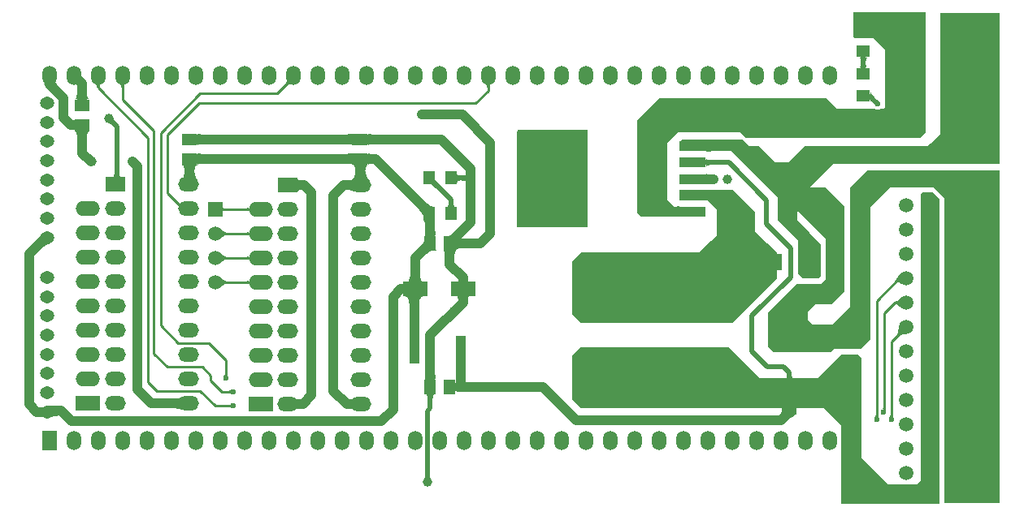
<source format=gtl>
G04 Layer_Physical_Order=1*
G04 Layer_Color=255*
%FSLAX44Y44*%
%MOMM*%
G71*
G01*
G75*
%ADD10R,1.7780X1.7780*%
%ADD11R,1.5000X3.7500*%
%ADD12R,1.2700X1.6002*%
%ADD13R,1.6002X1.2700*%
%ADD14R,2.5000X1.5000*%
%ADD15R,1.0000X3.0000*%
%ADD16R,2.7500X1.0700*%
%ADD17R,6.0000X10.0000*%
%ADD18R,1.3970X1.2700*%
%ADD19R,1.2700X1.3970*%
%ADD20C,0.5000*%
%ADD21C,1.0000*%
%ADD22C,0.2540*%
%ADD23C,1.5000*%
%ADD24R,1.5000X1.5000*%
%ADD25O,3.0000X3.5000*%
%ADD26R,3.0000X3.5000*%
%ADD27O,3.0480X3.5560*%
%ADD28R,1.5000X1.5000*%
%ADD29R,1.5000X2.0000*%
%ADD30O,1.5000X2.0000*%
%ADD31R,5.0000X5.0000*%
%ADD32R,2.1590X1.5240*%
%ADD33O,2.1590X1.5240*%
%ADD34O,2.5400X1.5240*%
%ADD35R,2.5400X1.5240*%
%ADD36O,1.5000X1.3000*%
%ADD37C,1.0000*%
%ADD38C,0.6000*%
G36*
X-735211Y196469D02*
X-735240Y196709D01*
X-735328Y196923D01*
X-735473Y197112D01*
X-735677Y197276D01*
X-735939Y197415D01*
X-736259Y197528D01*
X-736637Y197617D01*
X-737074Y197680D01*
X-737568Y197717D01*
X-738121Y197730D01*
Y200270D01*
X-737568Y200283D01*
X-737074Y200320D01*
X-736637Y200383D01*
X-736259Y200472D01*
X-735939Y200585D01*
X-735677Y200724D01*
X-735473Y200888D01*
X-735328Y201077D01*
X-735240Y201292D01*
X-735211Y201531D01*
Y196469D01*
D02*
G37*
G36*
X-55806Y197615D02*
X-56409Y198111D01*
X-56998Y198505D01*
X-57573Y198798D01*
X-58134Y198988D01*
X-58681Y199078D01*
X-59213Y199065D01*
X-59732Y198951D01*
X-60237Y198735D01*
X-60728Y198418D01*
X-61205Y197999D01*
X-62364Y200432D01*
X-61947Y200866D01*
X-60538Y202516D01*
X-58897Y204690D01*
X-57023Y207387D01*
X-55806Y197615D01*
D02*
G37*
G36*
X-556950Y207564D02*
X-556800Y205858D01*
X-556550Y204354D01*
X-556200Y203050D01*
X-555750Y201947D01*
X-555200Y201044D01*
X-554550Y200342D01*
X-553800Y199840D01*
X-552950Y199539D01*
X-552000Y199439D01*
X-572000D01*
X-571050Y199539D01*
X-570200Y199840D01*
X-569450Y200342D01*
X-568800Y201044D01*
X-568250Y201947D01*
X-567800Y203050D01*
X-567450Y204354D01*
X-567200Y205858D01*
X-567050Y207564D01*
X-567000Y209470D01*
X-557000D01*
X-556950Y207564D01*
D02*
G37*
G36*
X-763876Y203494D02*
X-762417Y202220D01*
X-761726Y201703D01*
X-761059Y201265D01*
X-760418Y200907D01*
X-759803Y200628D01*
X-759213Y200429D01*
X-758648Y200310D01*
X-758108Y200270D01*
Y197730D01*
X-758648Y197690D01*
X-759213Y197571D01*
X-759803Y197372D01*
X-760418Y197093D01*
X-761059Y196735D01*
X-761726Y196297D01*
X-762417Y195780D01*
X-763876Y194506D01*
X-764644Y193750D01*
Y204250D01*
X-763876Y203494D01*
D02*
G37*
G36*
X-56762Y173250D02*
X-57267Y173873D01*
X-57781Y174431D01*
X-58303Y174923D01*
X-58834Y175349D01*
X-59373Y175710D01*
X-59921Y176005D01*
X-60478Y176235D01*
X-61043Y176399D01*
X-61617Y176497D01*
X-62200Y176530D01*
Y179070D01*
X-61617Y179103D01*
X-61043Y179201D01*
X-60478Y179365D01*
X-59921Y179595D01*
X-59373Y179890D01*
X-58834Y180251D01*
X-58303Y180677D01*
X-57781Y181169D01*
X-57267Y181727D01*
X-56762Y182350D01*
Y173250D01*
D02*
G37*
G36*
X-553950Y184461D02*
X-554800Y184160D01*
X-555550Y183658D01*
X-556200Y182956D01*
X-556750Y182053D01*
X-557200Y180950D01*
X-557550Y179646D01*
X-557800Y178141D01*
X-557950Y176436D01*
X-558000Y174531D01*
X-568000D01*
X-568050Y176436D01*
X-568200Y178141D01*
X-568450Y179646D01*
X-568800Y180950D01*
X-569250Y182053D01*
X-569800Y182956D01*
X-570450Y183658D01*
X-571200Y184160D01*
X-572050Y184461D01*
X-573000Y184561D01*
X-553000D01*
X-553950Y184461D01*
D02*
G37*
G36*
X-505760Y184495D02*
X-506021Y184298D01*
X-506250Y183971D01*
X-506449Y183511D01*
X-506617Y182921D01*
X-506755Y182199D01*
X-506862Y181346D01*
X-506985Y179247D01*
X-507000Y178000D01*
X-517000D01*
X-517015Y179247D01*
X-517245Y182199D01*
X-517383Y182921D01*
X-517551Y183511D01*
X-517750Y183971D01*
X-517980Y184298D01*
X-518240Y184495D01*
X-518531Y184561D01*
X-505470D01*
X-505760Y184495D01*
D02*
G37*
G36*
X-763876Y228894D02*
X-762417Y227620D01*
X-761726Y227103D01*
X-761059Y226665D01*
X-760418Y226307D01*
X-759803Y226028D01*
X-759213Y225829D01*
X-758648Y225710D01*
X-758108Y225670D01*
Y223130D01*
X-758648Y223090D01*
X-759213Y222971D01*
X-759803Y222772D01*
X-760418Y222493D01*
X-761059Y222135D01*
X-761726Y221697D01*
X-762417Y221180D01*
X-763876Y219906D01*
X-764644Y219150D01*
Y229650D01*
X-763876Y228894D01*
D02*
G37*
G36*
X-512449Y246320D02*
X-513565Y245163D01*
X-513120Y245119D01*
X-509520Y245000D01*
Y235000D01*
X-511421Y234970D01*
X-514621Y234733D01*
X-515920Y234525D01*
X-517020Y234257D01*
X-517920Y233931D01*
X-518620Y233544D01*
X-519120Y233099D01*
X-519421Y232594D01*
X-519520Y232029D01*
X-519771Y231929D01*
X-519995Y231630D01*
X-520193Y231129D01*
X-520365Y230429D01*
X-520510Y229529D01*
X-520721Y227129D01*
X-520827Y223929D01*
X-520840Y222029D01*
X-530840D01*
X-530853Y223929D01*
X-531315Y230429D01*
X-531487Y231129D01*
X-531684Y231630D01*
X-531909Y231929D01*
X-532160Y232029D01*
X-519520D01*
Y237232D01*
X-519907Y236327D01*
X-520217Y235102D01*
X-520262Y234001D01*
X-520039Y233027D01*
X-519551Y232177D01*
X-532012Y247940D01*
X-531311Y247303D01*
X-530451Y246966D01*
X-529433Y246928D01*
X-528257Y247189D01*
X-526922Y247749D01*
X-525428Y248609D01*
X-523776Y249768D01*
X-521966Y251227D01*
X-517869Y255042D01*
X-512449Y246320D01*
D02*
G37*
G36*
X-735211Y247269D02*
X-735240Y247509D01*
X-735328Y247723D01*
X-735473Y247912D01*
X-735677Y248076D01*
X-735939Y248215D01*
X-736259Y248328D01*
X-736637Y248417D01*
X-737074Y248480D01*
X-737568Y248517D01*
X-738121Y248530D01*
Y251070D01*
X-737568Y251083D01*
X-737074Y251120D01*
X-736637Y251183D01*
X-736259Y251272D01*
X-735939Y251385D01*
X-735677Y251524D01*
X-735473Y251688D01*
X-735328Y251877D01*
X-735240Y252092D01*
X-735211Y252331D01*
Y247269D01*
D02*
G37*
G36*
X-541120Y263946D02*
X-541128Y263645D01*
X-541151Y256705D01*
X-541147Y256070D01*
X-540685Y249571D01*
X-540513Y248871D01*
X-540316Y248370D01*
X-540091Y248071D01*
X-539841Y247971D01*
X-552480D01*
X-552229Y248071D01*
X-552005Y248370D01*
X-551807Y248871D01*
X-551635Y249571D01*
X-551490Y250471D01*
X-551279Y252871D01*
X-551183Y255762D01*
X-551186Y255945D01*
X-551574Y260445D01*
X-551807Y261546D01*
X-552092Y262446D01*
X-552429Y263146D01*
X-552817Y263645D01*
X-553257Y263946D01*
X-553750Y264046D01*
X-541110D01*
X-541120Y263946D01*
D02*
G37*
G36*
X-763876Y254294D02*
X-762417Y253020D01*
X-761726Y252503D01*
X-761059Y252065D01*
X-760418Y251707D01*
X-759803Y251428D01*
X-759213Y251229D01*
X-758648Y251110D01*
X-758108Y251070D01*
Y248530D01*
X-758648Y248490D01*
X-759213Y248371D01*
X-759803Y248172D01*
X-760418Y247893D01*
X-761059Y247535D01*
X-761726Y247097D01*
X-762417Y246580D01*
X-763876Y245306D01*
X-764644Y244550D01*
Y255050D01*
X-763876Y254294D01*
D02*
G37*
G36*
X-735211Y221869D02*
X-735240Y222108D01*
X-735328Y222323D01*
X-735473Y222512D01*
X-735677Y222676D01*
X-735939Y222815D01*
X-736259Y222928D01*
X-736637Y223016D01*
X-737074Y223080D01*
X-737568Y223117D01*
X-738121Y223130D01*
Y225670D01*
X-737568Y225683D01*
X-737074Y225721D01*
X-736637Y225784D01*
X-736259Y225872D01*
X-735939Y225985D01*
X-735677Y226124D01*
X-735473Y226288D01*
X-735328Y226477D01*
X-735240Y226691D01*
X-735211Y226931D01*
Y221869D01*
D02*
G37*
G36*
X-539988Y232060D02*
X-540689Y232697D01*
X-541549Y233034D01*
X-542567Y233072D01*
X-543743Y232811D01*
X-545078Y232251D01*
X-546572Y231391D01*
X-548224Y230232D01*
X-550034Y228773D01*
X-554131Y224958D01*
X-559551Y233680D01*
X-557642Y235660D01*
X-554623Y239242D01*
X-553514Y240844D01*
X-552670Y242321D01*
X-552093Y243672D01*
X-551783Y244898D01*
X-551738Y245999D01*
X-551961Y246973D01*
X-552449Y247823D01*
X-539988Y232060D01*
D02*
G37*
G36*
X-941512Y239994D02*
X-942774Y239572D01*
X-944022Y239077D01*
X-945254Y238508D01*
X-946471Y237865D01*
X-948861Y236360D01*
X-950034Y235497D01*
X-952334Y233550D01*
X-953462Y232467D01*
X-959261Y240810D01*
X-952006Y248488D01*
X-941512Y239994D01*
D02*
G37*
G36*
X-931501Y70000D02*
X-931000Y60000D01*
X-932476Y59986D01*
X-937185Y59649D01*
X-938064Y59494D01*
X-938824Y59311D01*
X-939465Y59101D01*
X-939986Y58862D01*
X-940388Y58595D01*
X-941512Y70006D01*
X-931501Y70000D01*
D02*
G37*
G36*
X-71730Y67761D02*
X-71726Y67453D01*
X-71662Y66614D01*
X-71624Y66363D01*
X-71522Y65903D01*
X-71459Y65694D01*
X-71386Y65500D01*
X-71306Y65320D01*
X-75266Y66720D01*
X-75077Y66824D01*
X-74907Y66951D01*
X-74758Y67101D01*
X-74629Y67273D01*
X-74519Y67469D01*
X-74429Y67687D01*
X-74360Y67928D01*
X-74310Y68192D01*
X-74280Y68478D01*
X-74270Y68788D01*
X-71730Y67761D01*
D02*
G37*
G36*
X-803893Y65754D02*
X-804676Y66124D01*
X-805567Y66455D01*
X-806567Y66747D01*
X-807675Y67000D01*
X-810218Y67389D01*
X-811652Y67525D01*
X-816608Y67700D01*
X-816772Y77700D01*
X-815048Y77721D01*
X-810457Y78043D01*
X-809120Y78236D01*
X-806739Y78751D01*
X-805693Y79073D01*
X-804745Y79438D01*
X-803893Y79846D01*
Y65754D01*
D02*
G37*
G36*
X-64722Y60213D02*
X-64697Y59923D01*
X-64655Y59648D01*
X-64597Y59388D01*
X-64523Y59143D01*
X-64431Y58913D01*
X-64323Y58698D01*
X-64199Y58498D01*
X-64058Y58313D01*
X-63900Y58142D01*
X-68100D01*
X-67942Y58313D01*
X-67801Y58498D01*
X-67677Y58698D01*
X-67569Y58913D01*
X-67477Y59143D01*
X-67403Y59388D01*
X-67345Y59648D01*
X-67303Y59923D01*
X-67278Y60213D01*
X-67270Y60518D01*
X-64730D01*
X-64722Y60213D01*
D02*
G37*
G36*
X-16000Y286000D02*
Y-31925D01*
X-118000D01*
Y20000D01*
Y50000D01*
X-136000Y68000D01*
X-177382D01*
X-164531Y61280D01*
X-165221Y61182D01*
X-166046Y60888D01*
X-167004Y60397D01*
X-168097Y59710D01*
X-169323Y58826D01*
X-172178Y56471D01*
X-175568Y53330D01*
X-177465Y51465D01*
X-184536Y58535D01*
X-182924Y60202D01*
X-180438Y63127D01*
X-179563Y64387D01*
X-178934Y65510D01*
X-178550Y66498D01*
X-178411Y67350D01*
X-178509Y68000D01*
X-389000D01*
X-396000Y75000D01*
X-398000Y77000D01*
Y100000D01*
X-398000Y123000D01*
X-390000Y131000D01*
X-346000Y131000D01*
X-235000D01*
X-217000Y113000D01*
X-203000Y99000D01*
X-175936D01*
X-175725Y99142D01*
X-175400Y99494D01*
X-175125Y99947D01*
X-174900Y100500D01*
X-174725Y101154D01*
X-174600Y101909D01*
X-174525Y102764D01*
X-174500Y103720D01*
X-169500D01*
X-169475Y102764D01*
X-169400Y101909D01*
X-169275Y101154D01*
X-169100Y100500D01*
X-168875Y99947D01*
X-168600Y99494D01*
X-168275Y99142D01*
X-168064Y99000D01*
X-143000D01*
X-130000Y112000D01*
X-118000Y124000D01*
X-101000D01*
X-97000Y120000D01*
Y52000D01*
Y16000D01*
X-75000Y-6000D01*
X-69000Y-12000D01*
X-39000D01*
X-35000Y-8000D01*
Y291000D01*
X-33000Y293000D01*
X-23000D01*
X-16000Y286000D01*
D02*
G37*
G36*
X-546630Y-2130D02*
X-546547Y-3095D01*
X-546474Y-3524D01*
X-546380Y-3916D01*
X-546266Y-4272D01*
X-546131Y-4592D01*
X-545975Y-4875D01*
X-545799Y-5122D01*
X-545601Y-5333D01*
X-552599Y-5529D01*
X-552416Y-5312D01*
X-552253Y-5060D01*
X-552110Y-4771D01*
X-551985Y-4448D01*
X-551880Y-4088D01*
X-551793Y-3693D01*
X-551726Y-3262D01*
X-551650Y-2292D01*
X-551640Y-1754D01*
X-546640Y-1592D01*
X-546630Y-2130D01*
D02*
G37*
G36*
X-79722Y60213D02*
X-79697Y59923D01*
X-79655Y59648D01*
X-79597Y59388D01*
X-79523Y59143D01*
X-79431Y58913D01*
X-79323Y58698D01*
X-79199Y58498D01*
X-79058Y58313D01*
X-78900Y58142D01*
X-83100D01*
X-82942Y58313D01*
X-82801Y58498D01*
X-82677Y58698D01*
X-82569Y58913D01*
X-82478Y59143D01*
X-82403Y59388D01*
X-82345Y59648D01*
X-82303Y59923D01*
X-82278Y60213D01*
X-82270Y60518D01*
X-79730D01*
X-79722Y60213D01*
D02*
G37*
G36*
X-686224Y77145D02*
X-686005Y77115D01*
X-685640Y77088D01*
X-681627Y77007D01*
X-679000Y77000D01*
Y67000D01*
X-686297Y66821D01*
Y77179D01*
X-686224Y77145D01*
D02*
G37*
G36*
X-757722Y103213D02*
X-757697Y102923D01*
X-757655Y102648D01*
X-757597Y102388D01*
X-757523Y102143D01*
X-757431Y101913D01*
X-757323Y101698D01*
X-757199Y101498D01*
X-757058Y101313D01*
X-756900Y101142D01*
X-761100D01*
X-760942Y101313D01*
X-760801Y101498D01*
X-760677Y101698D01*
X-760569Y101913D01*
X-760478Y102143D01*
X-760403Y102388D01*
X-760345Y102648D01*
X-760303Y102923D01*
X-760278Y103213D01*
X-760270Y103518D01*
X-757730D01*
X-757722Y103213D01*
D02*
G37*
G36*
X-50875Y144900D02*
X-51953Y144892D01*
X-53885Y144761D01*
X-54740Y144638D01*
X-55520Y144476D01*
X-56227Y144277D01*
X-56859Y144038D01*
X-57417Y143762D01*
X-57901Y143447D01*
X-58311Y143093D01*
X-60107Y144889D01*
X-59753Y145299D01*
X-59438Y145783D01*
X-59162Y146341D01*
X-58923Y146973D01*
X-58724Y147680D01*
X-58562Y148460D01*
X-58439Y149315D01*
X-58308Y151248D01*
X-58300Y152325D01*
X-50875Y144900D01*
D02*
G37*
G36*
X-225000Y290000D02*
X-208000Y273000D01*
Y252000D01*
X-207000D01*
X-195000Y240000D01*
X-185000Y230000D01*
Y211000D01*
Y203000D01*
X-189000Y199000D01*
X-231000Y157000D01*
X-343000D01*
X-389000Y157000D01*
X-398000Y166000D01*
X-398000Y221000D01*
X-389000Y230000D01*
X-352000Y230000D01*
X-266000D01*
X-254000Y242000D01*
X-248000Y248000D01*
Y265000D01*
Y275000D01*
X-254000Y281000D01*
X-257722Y284722D01*
X-259027Y284681D01*
Y285000D01*
X-287000D01*
Y296000D01*
X-231000D01*
X-225000Y290000D01*
D02*
G37*
G36*
X-541147Y106070D02*
X-540685Y99571D01*
X-540513Y98870D01*
X-540316Y98371D01*
X-540091Y98070D01*
X-539840Y97971D01*
X-552480D01*
X-552229Y98070D01*
X-552005Y98371D01*
X-551806Y98870D01*
X-551635Y99571D01*
X-551490Y100471D01*
X-551279Y102871D01*
X-551173Y106070D01*
X-551160Y107971D01*
X-541160D01*
X-541147Y106070D01*
D02*
G37*
G36*
X-753142Y67900D02*
X-753313Y68058D01*
X-753498Y68199D01*
X-753698Y68323D01*
X-753913Y68431D01*
X-754143Y68523D01*
X-754388Y68597D01*
X-754648Y68655D01*
X-754923Y68697D01*
X-755213Y68722D01*
X-755518Y68730D01*
Y71270D01*
X-755213Y71278D01*
X-754923Y71303D01*
X-754648Y71345D01*
X-754388Y71403D01*
X-754143Y71477D01*
X-753913Y71569D01*
X-753698Y71677D01*
X-753498Y71801D01*
X-753313Y71942D01*
X-753142Y72100D01*
Y67900D01*
D02*
G37*
G36*
X-542819Y86172D02*
X-542996Y85702D01*
X-543152Y85059D01*
X-543286Y84240D01*
X-543494Y82081D01*
X-543496Y82029D01*
X-541160D01*
X-541635Y81980D01*
X-542060Y81830D01*
X-542435Y81580D01*
X-542760Y81229D01*
X-543035Y80779D01*
X-543260Y80230D01*
X-543435Y79580D01*
X-543560Y78829D01*
X-543634Y77991D01*
X-543637Y77899D01*
X-543650Y77395D01*
X-543660Y75670D01*
X-548660D01*
X-548670Y77395D01*
X-548675Y77607D01*
X-548745Y78654D01*
X-548760Y78829D01*
X-548885Y79580D01*
X-549060Y80230D01*
X-549285Y80779D01*
X-549560Y81229D01*
X-549885Y81580D01*
X-550260Y81830D01*
X-550685Y81980D01*
X-551160Y82029D01*
X-548968D01*
X-549169Y85059D01*
X-549324Y85702D01*
X-549501Y86172D01*
X-549698Y86467D01*
X-542622D01*
X-542819Y86172D01*
D02*
G37*
G36*
X-753142Y82900D02*
X-753313Y83058D01*
X-753498Y83199D01*
X-753698Y83323D01*
X-753913Y83431D01*
X-754143Y83523D01*
X-754388Y83597D01*
X-754648Y83655D01*
X-754923Y83697D01*
X-755213Y83722D01*
X-755518Y83730D01*
Y86270D01*
X-755213Y86278D01*
X-754923Y86303D01*
X-754648Y86345D01*
X-754388Y86403D01*
X-754143Y86477D01*
X-753913Y86569D01*
X-753698Y86677D01*
X-753498Y86801D01*
X-753313Y86942D01*
X-753142Y87100D01*
Y82900D01*
D02*
G37*
G36*
X-875983Y369664D02*
X-875927Y369367D01*
X-875831Y369059D01*
X-875695Y368739D01*
X-875519Y368409D01*
X-875304Y368066D01*
X-875050Y367713D01*
X-874756Y367348D01*
X-874049Y366585D01*
X-877585Y363049D01*
X-877972Y363422D01*
X-878713Y364050D01*
X-879066Y364305D01*
X-879409Y364519D01*
X-879739Y364695D01*
X-880059Y364831D01*
X-880367Y364927D01*
X-880664Y364983D01*
X-880950Y365000D01*
X-876000Y369950D01*
X-875983Y369664D01*
D02*
G37*
G36*
X-30000Y356000D02*
X-36000Y350000D01*
X-217000D01*
X-223000Y356000D01*
X-288000D01*
X-297000Y347000D01*
X-299000Y345000D01*
Y315000D01*
Y285000D01*
X-296000Y282000D01*
X-292138Y278138D01*
X-286465Y278319D01*
Y278000D01*
X-262000D01*
X-261000Y277000D01*
Y268000D01*
X-286465D01*
Y267680D01*
X-286565Y267741D01*
X-286866Y267796D01*
X-287365Y267843D01*
X-290065Y267949D01*
X-296462Y268000D01*
X-327000D01*
X-329000Y270000D01*
X-331000Y272000D01*
Y319000D01*
Y368000D01*
X-324000Y375000D01*
X-308000Y391000D01*
X-133000D01*
X-122000Y380000D01*
X-82489D01*
X-82162Y379781D01*
X-80000Y379352D01*
X-77838Y379781D01*
X-77511Y380000D01*
X-74000D01*
X-72000Y382000D01*
Y437000D01*
Y442000D01*
X-80000Y450000D01*
X-84000Y454000D01*
X-104000D01*
X-105000Y455000D01*
Y480925D01*
X-30000D01*
Y356000D01*
D02*
G37*
G36*
X-87992Y399392D02*
X-87833Y398632D01*
X-87568Y397836D01*
X-87197Y397005D01*
X-86720Y396139D01*
X-86136Y395238D01*
X-85447Y394301D01*
X-83750Y392321D01*
X-82742Y391278D01*
X-84510Y385974D01*
X-85182Y386629D01*
X-86773Y387967D01*
X-87162Y388204D01*
X-87480Y388336D01*
X-87727Y388364D01*
X-87904Y388287D01*
X-88010Y388106D01*
X-88046Y387821D01*
Y400117D01*
X-87992Y399392D01*
D02*
G37*
G36*
X-901594Y357261D02*
X-902099Y356960D01*
X-902544Y356460D01*
X-902931Y355760D01*
X-903257Y354860D01*
X-903525Y353760D01*
X-903733Y352461D01*
X-903881Y350961D01*
X-904000Y347360D01*
X-914000D01*
X-914030Y349260D01*
X-914267Y352461D01*
X-914475Y353760D01*
X-914743Y354860D01*
X-915069Y355760D01*
X-915456Y356460D01*
X-915901Y356960D01*
X-916406Y357261D01*
X-916971Y357360D01*
X-901030D01*
X-901594Y357261D01*
D02*
G37*
G36*
X-788930Y354259D02*
X-788630Y354062D01*
X-788130Y353888D01*
X-787430Y353737D01*
X-786529Y353610D01*
X-784129Y353424D01*
X-779029Y353320D01*
Y343320D01*
X-780929Y343305D01*
X-786529Y342950D01*
X-787430Y342787D01*
X-788130Y342595D01*
X-788630Y342373D01*
X-788930Y342122D01*
X-789029Y341841D01*
Y354479D01*
X-788930Y354259D01*
D02*
G37*
G36*
X-626970Y342001D02*
X-627071Y342251D01*
X-627370Y342476D01*
X-627870Y342673D01*
X-628571Y342845D01*
X-629470Y342990D01*
X-631870Y343201D01*
X-635070Y343307D01*
X-636970Y343320D01*
Y353320D01*
X-635070Y353333D01*
X-628571Y353795D01*
X-627870Y353967D01*
X-627370Y354165D01*
X-627071Y354389D01*
X-626970Y354640D01*
Y342001D01*
D02*
G37*
G36*
X-610929Y354389D02*
X-610630Y354165D01*
X-610130Y353967D01*
X-609430Y353795D01*
X-608530Y353650D01*
X-606129Y353439D01*
X-602929Y353333D01*
X-601030Y353320D01*
Y343320D01*
X-602929Y343307D01*
X-609430Y342845D01*
X-610130Y342673D01*
X-610630Y342476D01*
X-610929Y342251D01*
X-611030Y342001D01*
Y354640D01*
X-610929Y354389D01*
D02*
G37*
G36*
X-903970Y398419D02*
X-903733Y395219D01*
X-903525Y393919D01*
X-903257Y392820D01*
X-902931Y391920D01*
X-902544Y391219D01*
X-902099Y390719D01*
X-901594Y390420D01*
X-901030Y390320D01*
X-916971D01*
X-916406Y390420D01*
X-915901Y390719D01*
X-915456Y391219D01*
X-915069Y391920D01*
X-914743Y392820D01*
X-914475Y393919D01*
X-914267Y395219D01*
X-914119Y396720D01*
X-914000Y400320D01*
X-904000D01*
X-903970Y398419D01*
D02*
G37*
G36*
X-936292Y412066D02*
X-936774Y411351D01*
X-936971Y410492D01*
X-936883Y409488D01*
X-936509Y408340D01*
X-935851Y407048D01*
X-934907Y405611D01*
X-933678Y404030D01*
X-932164Y402305D01*
X-930364Y400435D01*
X-938549Y394478D01*
X-941409Y397370D01*
X-949050Y406116D01*
X-949246Y406723D01*
X-948998Y406949D01*
X-948306Y406795D01*
X-947170Y406259D01*
X-935525Y412636D01*
X-936292Y412066D01*
D02*
G37*
G36*
X-92475Y427364D02*
X-92400Y426508D01*
X-92275Y425754D01*
X-92100Y425100D01*
X-91875Y424547D01*
X-91600Y424094D01*
X-91275Y423742D01*
X-90900Y423490D01*
X-90475Y423339D01*
X-90000Y423289D01*
X-100000D01*
X-99525Y423339D01*
X-99100Y423490D01*
X-98725Y423742D01*
X-98400Y424094D01*
X-98125Y424547D01*
X-97900Y425100D01*
X-97725Y425754D01*
X-97600Y426508D01*
X-97525Y427364D01*
X-97500Y428320D01*
X-92500D01*
X-92475Y427364D01*
D02*
G37*
G36*
X-90475Y433661D02*
X-90900Y433510D01*
X-91275Y433258D01*
X-91600Y432906D01*
X-91875Y432453D01*
X-92100Y431900D01*
X-92275Y431246D01*
X-92400Y430491D01*
X-92475Y429636D01*
X-92500Y428680D01*
X-97500D01*
X-97525Y429636D01*
X-97600Y430491D01*
X-97725Y431246D01*
X-97900Y431900D01*
X-98125Y432453D01*
X-98400Y432906D01*
X-98725Y433258D01*
X-99100Y433510D01*
X-99525Y433661D01*
X-100000Y433711D01*
X-90000D01*
X-90475Y433661D01*
D02*
G37*
G36*
X-692490Y405930D02*
X-692673Y406087D01*
X-692879Y406183D01*
X-693110Y406220D01*
X-693364Y406198D01*
X-693642Y406116D01*
X-693944Y405974D01*
X-694270Y405773D01*
X-694620Y405513D01*
X-694994Y405192D01*
X-695391Y404812D01*
X-697115Y406681D01*
X-696734Y407080D01*
X-696410Y407457D01*
X-696145Y407811D01*
X-695937Y408143D01*
X-695788Y408452D01*
X-695697Y408739D01*
X-695664Y409003D01*
X-695688Y409244D01*
X-695771Y409463D01*
X-695912Y409660D01*
X-692490Y405930D01*
D02*
G37*
G36*
X-889909Y405465D02*
X-890123Y405377D01*
X-890312Y405232D01*
X-890476Y405028D01*
X-890615Y404765D01*
X-890728Y404445D01*
X-890816Y404066D01*
X-890880Y403629D01*
X-890917Y403133D01*
X-890930Y402579D01*
X-893470D01*
X-893483Y403133D01*
X-893520Y403629D01*
X-893584Y404066D01*
X-893672Y404445D01*
X-893785Y404765D01*
X-893924Y405028D01*
X-894088Y405232D01*
X-894277Y405377D01*
X-894492Y405465D01*
X-894731Y405494D01*
X-889669D01*
X-889909Y405465D01*
D02*
G37*
G36*
X-864509D02*
X-864723Y405377D01*
X-864912Y405232D01*
X-865076Y405028D01*
X-865215Y404765D01*
X-865328Y404445D01*
X-865416Y404066D01*
X-865480Y403629D01*
X-865517Y403133D01*
X-865530Y402579D01*
X-868070D01*
X-868083Y403133D01*
X-868120Y403629D01*
X-868184Y404066D01*
X-868272Y404445D01*
X-868385Y404765D01*
X-868524Y405028D01*
X-868688Y405232D01*
X-868877Y405377D01*
X-869091Y405465D01*
X-869331Y405494D01*
X-864269D01*
X-864509Y405465D01*
D02*
G37*
G36*
X-483508D02*
X-483723Y405377D01*
X-483912Y405232D01*
X-484076Y405028D01*
X-484215Y404765D01*
X-484328Y404445D01*
X-484417Y404066D01*
X-484479Y403629D01*
X-484517Y403133D01*
X-484530Y402579D01*
X-487070D01*
X-487083Y403133D01*
X-487120Y403629D01*
X-487183Y404066D01*
X-487272Y404445D01*
X-487385Y404765D01*
X-487524Y405028D01*
X-487688Y405232D01*
X-487877Y405377D01*
X-488092Y405465D01*
X-488331Y405494D01*
X-483269D01*
X-483508Y405465D01*
D02*
G37*
G36*
X-808318Y282132D02*
X-807948Y281816D01*
X-807607Y281565D01*
X-807296Y281378D01*
X-807013Y281257D01*
X-806759Y281201D01*
X-806535Y281209D01*
X-806340Y281283D01*
X-806174Y281421D01*
X-806037Y281625D01*
X-808481Y276916D01*
X-808387Y277158D01*
X-808347Y277419D01*
X-808362Y277699D01*
X-808430Y277997D01*
X-808553Y278314D01*
X-808730Y278650D01*
X-808961Y279005D01*
X-809246Y279379D01*
X-809585Y279771D01*
X-809978Y280182D01*
X-808718Y282514D01*
X-808318Y282132D01*
D02*
G37*
G36*
X-522045Y281999D02*
X-521970Y281143D01*
X-521845Y280389D01*
X-521670Y279735D01*
X-521445Y279182D01*
X-521170Y278729D01*
X-520845Y278377D01*
X-520470Y278125D01*
X-520045Y277974D01*
X-519570Y277924D01*
X-529570D01*
X-529095Y277974D01*
X-528670Y278125D01*
X-528295Y278377D01*
X-527970Y278729D01*
X-527695Y279182D01*
X-527470Y279735D01*
X-527295Y280389D01*
X-527170Y281143D01*
X-527095Y281999D01*
X-527070Y282955D01*
X-522070D01*
X-522045Y281999D01*
D02*
G37*
G36*
X-684199Y306925D02*
X-683999Y306647D01*
X-683666Y306401D01*
X-683199Y306189D01*
X-682599Y306009D01*
X-681866Y305862D01*
X-681000Y305747D01*
X-678867Y305616D01*
X-677600Y305600D01*
Y295600D01*
X-678867Y295584D01*
X-681866Y295338D01*
X-682599Y295191D01*
X-683199Y295011D01*
X-683666Y294799D01*
X-683999Y294553D01*
X-684199Y294275D01*
X-684266Y293965D01*
Y307236D01*
X-684199Y306925D01*
D02*
G37*
G36*
X-735211Y272669D02*
X-735240Y272908D01*
X-735328Y273123D01*
X-735473Y273312D01*
X-735677Y273476D01*
X-735939Y273615D01*
X-736259Y273728D01*
X-736637Y273817D01*
X-737074Y273880D01*
X-737568Y273917D01*
X-738121Y273930D01*
Y276470D01*
X-737568Y276483D01*
X-737074Y276521D01*
X-736637Y276583D01*
X-736259Y276672D01*
X-735939Y276785D01*
X-735677Y276924D01*
X-735473Y277088D01*
X-735328Y277277D01*
X-735240Y277491D01*
X-735211Y277731D01*
Y272669D01*
D02*
G37*
G36*
X-382000Y318000D02*
Y257000D01*
X-455000D01*
Y358000D01*
X-382000D01*
Y318000D01*
D02*
G37*
G36*
X-551563Y283682D02*
X-548919Y281419D01*
X-547665Y280500D01*
X-546458Y279722D01*
X-545297Y279086D01*
X-544181Y278591D01*
X-543112Y278237D01*
X-542088Y278025D01*
X-541110Y277955D01*
X-553719Y264607D01*
X-553174Y265401D01*
X-552909Y266332D01*
X-552922Y267401D01*
X-553214Y268608D01*
X-553784Y269953D01*
X-554634Y271436D01*
X-555762Y273058D01*
X-557170Y274817D01*
X-560821Y278750D01*
X-552954Y285026D01*
X-551563Y283682D01*
D02*
G37*
G36*
X-762535Y277499D02*
X-762458Y277283D01*
X-762330Y277092D01*
X-762150Y276927D01*
X-761918Y276787D01*
X-761636Y276673D01*
X-761301Y276584D01*
X-760916Y276521D01*
X-760479Y276483D01*
X-759990Y276470D01*
Y273930D01*
X-760479Y273917D01*
X-760916Y273879D01*
X-761301Y273816D01*
X-761636Y273727D01*
X-761918Y273612D01*
X-762150Y273473D01*
X-762330Y273308D01*
X-762458Y273117D01*
X-762535Y272901D01*
X-762561Y272660D01*
Y277740D01*
X-762535Y277499D01*
D02*
G37*
G36*
X-541392Y308337D02*
X-541508Y307857D01*
X-541490Y307313D01*
X-541336Y306703D01*
X-541047Y306028D01*
X-540622Y305289D01*
X-540063Y304484D01*
X-539369Y303615D01*
X-537575Y301681D01*
X-540476Y297510D01*
X-541532Y298531D01*
X-543412Y300131D01*
X-544236Y300709D01*
X-544981Y301140D01*
X-545650Y301423D01*
X-546241Y301558D01*
X-546754Y301545D01*
X-547189Y301384D01*
X-547547Y301076D01*
X-541141Y308752D01*
X-541392Y308337D01*
D02*
G37*
G36*
X-258976Y328525D02*
X-258827Y328100D01*
X-258577Y327725D01*
X-258227Y327400D01*
X-257777Y327125D01*
X-257227Y326900D01*
X-256576Y326725D01*
X-255826Y326600D01*
X-254977Y326525D01*
X-254027Y326500D01*
Y321500D01*
X-254977Y321475D01*
X-255826Y321400D01*
X-256576Y321275D01*
X-257227Y321100D01*
X-257777Y320875D01*
X-258227Y320600D01*
X-258577Y320275D01*
X-258827Y319900D01*
X-258976Y319475D01*
X-259027Y319000D01*
Y329000D01*
X-258976Y328525D01*
D02*
G37*
G36*
X-610949Y334069D02*
X-610708Y333844D01*
X-610307Y333647D01*
X-609745Y333475D01*
X-609022Y333330D01*
X-608139Y333211D01*
X-605891Y333053D01*
X-603000Y333000D01*
Y323000D01*
X-604526Y322987D01*
X-609022Y322670D01*
X-609745Y322525D01*
X-610307Y322353D01*
X-610708Y322155D01*
X-610949Y321931D01*
X-611030Y321680D01*
X-611594Y321581D01*
X-612099Y321281D01*
X-612544Y320780D01*
X-612931Y320080D01*
X-613257Y319181D01*
X-613525Y318081D01*
X-613733Y316780D01*
X-613854Y315557D01*
X-613811Y315125D01*
X-613576Y313719D01*
X-613245Y312348D01*
X-612821Y311010D01*
X-612302Y309707D01*
X-611689Y308439D01*
X-610982Y307204D01*
X-610180Y306003D01*
X-609284Y304837D01*
X-626212D01*
Y294259D01*
X-626608Y294514D01*
X-627142Y294742D01*
X-627815Y294943D01*
X-628626Y295117D01*
X-629576Y295265D01*
X-631890Y295479D01*
X-634758Y295587D01*
X-636400Y295600D01*
Y305600D01*
X-634758Y305613D01*
X-629576Y305935D01*
X-628626Y306083D01*
X-627815Y306257D01*
X-627142Y306458D01*
X-626762Y307043D01*
X-626115Y308223D01*
X-625554Y309454D01*
X-625079Y310736D01*
X-624691Y312070D01*
X-624388Y313455D01*
X-624173Y314891D01*
X-624148Y315174D01*
X-624267Y316780D01*
X-624475Y318081D01*
X-624743Y319181D01*
X-625069Y320080D01*
X-625456Y320780D01*
X-625901Y321281D01*
X-626406Y321581D01*
X-626970Y321680D01*
X-627071Y321931D01*
X-627370Y322155D01*
X-627870Y322353D01*
X-628571Y322525D01*
X-629470Y322670D01*
X-631870Y322881D01*
X-635070Y322987D01*
X-636970Y323000D01*
Y333000D01*
X-635070Y333013D01*
X-628571Y333475D01*
X-627870Y333647D01*
X-627370Y333844D01*
X-627071Y334069D01*
X-626970Y334319D01*
Y321680D01*
X-611030D01*
Y334319D01*
X-610949Y334069D01*
D02*
G37*
G36*
X47174Y323000D02*
X-126000D01*
X-151000Y298000D01*
X-134000D01*
X-131000Y295000D01*
X-115000Y279000D01*
Y200000D01*
Y189000D01*
X-117000Y187000D01*
X-128000Y176000D01*
X-145000D01*
X-151000Y170000D01*
X-153000Y168000D01*
Y164000D01*
Y160000D01*
X-152000Y159000D01*
X-148000Y155000D01*
X-127000D01*
X-122000Y160000D01*
X-109000Y173000D01*
Y277000D01*
Y298000D01*
X-108000Y299000D01*
X-91000Y316000D01*
X47174D01*
Y-31374D01*
X-11000D01*
Y261000D01*
X-11000Y287000D01*
X-22000Y298000D01*
X-39000Y298000D01*
X-67000D01*
X-78000Y287000D01*
X-88000Y277000D01*
Y172000D01*
Y139000D01*
X-94000Y133000D01*
X-97000Y130000D01*
X-125000D01*
X-129000Y126000D01*
X-188000D01*
X-189000Y127000D01*
X-194000Y132000D01*
Y143000D01*
Y168000D01*
X-176000Y186000D01*
X-165000Y197000D01*
X-139000D01*
X-134000Y202000D01*
Y220000D01*
Y245000D01*
X-157000Y268000D01*
X-163000Y274000D01*
X-164000D01*
Y273000D01*
Y264000D01*
X-151000Y251000D01*
X-139000Y239000D01*
Y214000D01*
Y206000D01*
X-142000Y203000D01*
X-158000D01*
X-159000Y204000D01*
X-163000Y208000D01*
Y214000D01*
Y243000D01*
X-171000Y251000D01*
X-184000Y264000D01*
Y266000D01*
Y288000D01*
X-202000Y306000D01*
X-232000Y336000D01*
X-249027D01*
X-259027Y335681D01*
Y336000D01*
X-285000D01*
X-286000Y337000D01*
Y346000D01*
X-284000Y348000D01*
X-221000D01*
X-220000Y347000D01*
X-214000Y341000D01*
X-204000D01*
X-196000Y333000D01*
X-187000Y324000D01*
X-173000D01*
X-156000Y341000D01*
X-28000D01*
X-25000Y344000D01*
X-15000Y354000D01*
Y362000D01*
Y480374D01*
X47174D01*
Y323000D01*
D02*
G37*
G36*
X-870321Y313034D02*
X-870246Y312178D01*
X-870121Y311424D01*
X-869946Y310770D01*
X-869721Y310217D01*
X-869446Y309764D01*
X-869121Y309412D01*
X-868746Y309160D01*
X-868321Y309009D01*
X-867846Y308959D01*
X-877846D01*
X-877371Y309009D01*
X-876946Y309160D01*
X-876571Y309412D01*
X-876246Y309764D01*
X-875971Y310217D01*
X-875746Y310770D01*
X-875571Y311424D01*
X-875446Y312178D01*
X-875371Y313034D01*
X-875346Y313990D01*
X-870346D01*
X-870321Y313034D01*
D02*
G37*
G36*
X-258946Y312259D02*
X-258705Y312204D01*
X-258304Y312157D01*
X-257020Y312080D01*
X-251000Y312000D01*
Y302000D01*
X-259027Y301681D01*
Y312320D01*
X-258946Y312259D01*
D02*
G37*
G36*
X-518231Y312525D02*
X-518080Y312100D01*
X-517828Y311725D01*
X-517476Y311400D01*
X-517023Y311125D01*
X-516470Y310900D01*
X-515816Y310725D01*
X-515076Y310602D01*
X-508941Y311008D01*
X-508298Y311164D01*
X-507828Y311341D01*
X-507533Y311538D01*
Y304462D01*
X-507828Y304659D01*
X-508298Y304836D01*
X-508941Y304991D01*
X-509760Y305126D01*
X-511919Y305334D01*
X-514721Y305430D01*
X-515061Y305400D01*
X-515816Y305275D01*
X-516470Y305100D01*
X-517023Y304875D01*
X-517476Y304600D01*
X-517828Y304275D01*
X-518080Y303900D01*
X-518231Y303475D01*
X-518281Y303000D01*
Y305500D01*
X-518330Y305500D01*
Y310500D01*
X-518281Y310500D01*
Y313000D01*
X-518231Y312525D01*
D02*
G37*
G36*
X-788930Y333939D02*
X-788630Y333742D01*
X-788130Y333568D01*
X-787430Y333417D01*
X-786529Y333290D01*
X-784129Y333104D01*
X-779029Y333000D01*
Y323000D01*
X-780929Y322985D01*
X-786529Y322630D01*
X-787430Y322467D01*
X-788130Y322275D01*
X-788630Y322053D01*
X-788930Y321802D01*
X-789029Y321521D01*
X-789594Y321421D01*
X-790099Y321120D01*
X-790544Y320620D01*
X-790931Y319921D01*
X-791257Y319021D01*
X-791525Y317920D01*
X-791733Y316621D01*
X-791835Y315589D01*
X-791666Y313859D01*
X-791405Y312454D01*
X-791071Y311125D01*
X-790662Y309874D01*
X-790179Y308699D01*
X-789622Y307602D01*
X-788990Y306581D01*
X-788284Y305637D01*
X-806976Y306003D01*
X-806031Y306114D01*
X-805185Y306488D01*
X-804438Y307125D01*
X-803792Y308023D01*
X-803244Y309185D01*
X-802796Y310608D01*
X-802448Y312294D01*
X-802199Y314242D01*
X-802148Y315006D01*
X-802267Y316621D01*
X-802475Y317920D01*
X-802743Y319021D01*
X-803069Y319921D01*
X-803456Y320620D01*
X-803901Y321120D01*
X-804406Y321421D01*
X-804970Y321521D01*
X-789029D01*
Y334160D01*
X-788930Y333939D01*
D02*
G37*
D10*
X-152440Y220000D02*
D03*
X-188000D02*
D03*
D11*
X-172000Y160000D02*
D03*
Y80000D02*
D03*
Y288000D02*
D03*
Y368000D02*
D03*
D12*
X-546160Y90000D02*
D03*
X-525840D02*
D03*
X-525840Y240000D02*
D03*
X-546160D02*
D03*
D13*
X-619000Y348320D02*
D03*
Y328000D02*
D03*
X-797000Y348160D02*
D03*
Y327840D02*
D03*
X-108000Y137000D02*
D03*
Y116680D02*
D03*
X-909000Y384000D02*
D03*
Y363680D02*
D03*
D14*
X-512000Y192000D02*
D03*
X-562000D02*
D03*
D15*
X-514000Y129000D02*
D03*
X-563000D02*
D03*
D16*
X-272746Y273000D02*
D03*
Y290000D02*
D03*
Y307000D02*
D03*
Y324000D02*
D03*
Y341000D02*
D03*
D17*
X-425891Y307000D02*
D03*
D18*
X-95000Y394140D02*
D03*
Y417000D02*
D03*
Y462860D02*
D03*
Y440000D02*
D03*
D19*
X-524570Y308000D02*
D03*
X-547430D02*
D03*
Y271000D02*
D03*
X-524570D02*
D03*
D20*
X-171000Y204000D02*
Y235000D01*
X-211000Y164000D02*
X-171000Y204000D01*
X-211000Y127000D02*
Y164000D01*
X-872846Y301300D02*
Y361846D01*
X-881000Y370000D02*
X-872846Y361846D01*
X-549140Y64860D02*
X-546160Y67840D01*
Y90000D01*
X-549140Y-8860D02*
X-549000Y-9000D01*
X-549000D01*
X-549140Y-8860D02*
Y64860D01*
X-196000Y260000D02*
X-171000Y235000D01*
X-95000Y417000D02*
Y440000D01*
Y394140D02*
X-89140D01*
X-80000Y385000D01*
X-547430Y308000D02*
X-524570Y285140D01*
Y271000D02*
Y285140D01*
Y308000D02*
X-504000D01*
X-272746Y324000D02*
X-235000D01*
X-196000Y285000D01*
Y260000D02*
Y285000D01*
X-178000Y111000D02*
X-172000Y105000D01*
Y80000D02*
Y105000D01*
X-211000Y127000D02*
X-195000Y111000D01*
X-178000D01*
D21*
X2400Y352400D02*
Y419000D01*
X-172000Y160000D02*
X-149000Y137000D01*
X-796840Y348320D02*
X-619000D01*
X-546160Y143840D02*
X-512000Y178000D01*
X-603000Y328000D02*
X-546160Y271160D01*
Y240000D02*
Y271160D01*
X-836700Y72700D02*
X-796646D01*
X-945000Y65000D02*
X-931000D01*
X-943000Y406000D02*
X-928000Y391000D01*
Y371000D02*
Y391000D01*
Y371000D02*
X-920680Y363680D01*
X-943000Y406000D02*
Y415000D01*
X-856000Y325000D02*
X-851000Y320000D01*
Y87000D02*
Y320000D01*
Y87000D02*
X-836700Y72700D01*
X-425891Y307000D02*
X-387000D01*
X-394000Y55000D02*
X-181000D01*
X-429000Y90000D02*
X-394000Y55000D01*
X-517000Y90000D02*
X-429000D01*
X-48400Y379364D02*
Y419000D01*
X-48412Y379352D02*
X-48400Y379364D01*
X-172000Y368000D02*
X-59764D01*
X-48412Y379352D01*
X-246000Y290000D02*
X-236000Y280000D01*
X-255090Y186910D02*
X-236000Y206000D01*
X-349000Y186910D02*
X-255090D01*
X-232000Y220000D02*
X-188000D01*
X-236000Y224000D02*
X-232000Y220000D01*
X-236000Y206000D02*
Y224000D01*
Y280000D01*
X-191000Y307000D02*
X-172000Y288000D01*
X-152440Y220000D02*
Y241440D01*
X-172000Y261000D02*
X-152440Y241440D01*
X-172000Y261000D02*
Y288000D01*
X-149000Y137000D02*
X-108000D01*
X-172000Y80000D02*
X-137000D01*
X-108000Y109000D01*
X-311000Y353000D02*
X-296000Y368000D01*
X-311000Y285000D02*
Y353000D01*
Y285000D02*
X-299000Y273000D01*
X-273000D01*
X-296000Y368000D02*
X-172000D01*
X-273000Y307000D02*
X-272746D01*
X-251000D01*
X-273000Y341000D02*
X-272746D01*
X-273000Y290000D02*
X-272746D01*
X-246000D01*
X-349000Y103090D02*
X-226090D01*
X-203000Y80000D01*
X-172000D01*
Y64000D02*
Y80000D01*
X-514000Y93000D02*
Y129000D01*
X-517000Y90000D02*
X-514000Y93000D01*
X-172000Y134000D02*
Y160000D01*
X-546160Y90000D02*
Y143840D01*
X-512000Y178000D02*
Y192000D01*
X-108000Y11000D02*
X-76000Y-21000D01*
X-31000D01*
X-25400Y-15400D01*
Y0D01*
X-108000Y11000D02*
Y109000D01*
Y116680D01*
X-25400Y0D02*
Y25400D01*
Y50800D01*
Y76200D01*
Y101600D01*
Y127000D01*
Y152400D01*
Y177800D01*
Y203200D01*
Y228600D01*
Y254000D01*
Y279400D01*
X-172000Y288000D02*
X-129000Y331000D01*
X-19000D02*
X2400Y352400D01*
X-108000Y137000D02*
Y155000D01*
X-97000Y166000D01*
Y287000D01*
X-75000Y309000D01*
X0Y0D02*
Y25400D01*
Y50800D01*
Y76200D01*
Y101600D01*
Y127000D01*
Y152400D01*
Y177800D01*
Y203200D01*
Y228600D01*
Y254000D01*
Y279400D01*
X-797000Y301654D02*
Y327840D01*
Y301654D02*
X-796646Y301300D01*
X-619000Y300800D02*
Y328000D01*
Y300800D02*
X-618800Y300600D01*
X-796840Y328000D02*
X-619000D01*
X-797000Y327840D02*
X-796840Y328000D01*
X-797000Y348160D02*
X-796840Y348320D01*
X-909000Y384000D02*
Y406400D01*
X-917600Y415000D02*
X-909000Y406400D01*
Y334000D02*
Y363680D01*
Y334000D02*
X-900000Y325000D01*
X-920680Y363680D02*
X-909000D01*
X-647000Y86000D02*
X-633000Y72000D01*
X-618800D01*
X-647000Y86000D02*
Y290000D01*
X-636400Y300600D01*
X-618800D01*
X-679000Y72000D02*
X-670000Y81000D01*
X-695000Y72000D02*
X-679000D01*
X-695000Y300600D02*
X-677600D01*
X-670000Y293000D01*
Y81000D02*
Y293000D01*
X-512000Y192000D02*
Y204000D01*
X-525840Y217840D02*
X-512000Y204000D01*
X-525840Y217840D02*
Y240000D01*
X-563000Y129000D02*
Y191000D01*
X-562000Y192000D01*
Y224160D01*
X-546160Y240000D01*
X-577000Y192000D02*
X-562000D01*
X-585000Y184000D02*
X-577000Y192000D01*
X-964000Y229000D02*
X-947000Y246000D01*
X-945000D01*
X-597000Y54000D02*
X-585000Y66000D01*
Y184000D01*
X-75000Y309000D02*
X-19000D01*
X0Y290000D01*
Y279400D02*
Y290000D01*
X-172000Y160000D02*
Y171000D01*
X-157000Y186000D01*
X-135000D01*
X-272746Y341000D02*
X-226000D01*
X-192000Y307000D01*
X-191000D01*
X-95000Y462860D02*
X-66860D01*
X-48400Y444400D01*
Y419000D02*
Y444400D01*
X-129000Y331000D02*
X-80000D01*
X-19000D01*
X-555000Y374000D02*
X-513000D01*
X-619000Y348320D02*
X-534320D01*
X-513000Y374000D02*
X-484000Y345000D01*
X-525840Y240000D02*
X-504000Y261840D01*
X-534320Y348320D02*
X-504000Y318000D01*
X-525840Y240000D02*
X-494000D01*
X-484000Y250000D01*
Y345000D01*
X-504000Y261840D02*
Y308000D01*
Y318000D01*
X-172000Y288000D02*
Y314000D01*
Y288000D02*
X-149000D01*
X-135000Y186000D02*
X-121000Y200000D01*
Y260000D01*
X-149000Y288000D02*
X-121000Y260000D01*
X-181000Y55000D02*
X-172000Y64000D01*
X-619000Y328000D02*
X-603000D01*
X-956000Y64000D02*
X-945000D01*
X-964000Y72000D02*
X-956000Y64000D01*
X-964000Y72000D02*
Y229000D01*
X-931000Y65000D02*
X-920000Y54000D01*
X-597000D01*
D22*
X-803900Y275900D02*
X-796646D01*
X-892200Y402200D02*
X-840000Y350000D01*
Y95000D02*
Y350000D01*
Y95000D02*
X-831000Y86000D01*
X-866800Y389800D02*
X-834000Y357000D01*
Y125000D02*
Y357000D01*
Y125000D02*
X-820000Y111000D01*
X-786000Y86000D02*
X-770000Y70000D01*
X-831000Y86000D02*
X-786000D01*
X-770000Y70000D02*
X-751000D01*
X-775000Y97000D02*
Y102000D01*
X-784000Y111000D02*
X-775000Y102000D01*
X-820000Y111000D02*
X-784000D01*
X-770000Y199000D02*
X-723000D01*
X-770000Y224400D02*
X-723000D01*
X-770000Y249800D02*
X-723000D01*
X-770000Y275200D02*
X-723000D01*
X-485800Y399200D02*
Y415000D01*
X-62200Y177800D02*
X-50800D01*
X-73000Y167000D02*
X-62200Y177800D01*
X-73000Y65000D02*
Y167000D01*
X-74000Y64000D02*
X-73000Y65000D01*
X-66000Y56000D02*
Y137200D01*
X-50800Y152400D01*
X-57800Y203200D02*
X-50800D01*
X-689000Y413000D02*
Y415000D01*
X-499000Y386000D02*
X-485800Y399200D01*
X-81000Y56000D02*
Y180000D01*
X-57800Y203200D01*
X-786000Y396000D02*
X-706000D01*
X-689000Y413000D01*
X-820000Y292000D02*
X-803900Y275900D01*
X-820000Y292000D02*
Y353000D01*
X-787000Y386000D01*
X-499000D01*
X-892200Y402200D02*
Y415000D01*
X-759000Y99000D02*
Y118000D01*
X-777000Y136000D02*
X-759000Y118000D01*
X-763000Y85000D02*
X-751000D01*
X-775000Y97000D02*
X-763000Y85000D01*
X-809000Y136000D02*
X-777000D01*
X-827000Y154000D02*
X-809000Y136000D01*
X-827000Y154000D02*
Y355000D01*
X-786000Y396000D01*
X-866800Y389800D02*
Y415000D01*
D23*
X-770000Y199000D02*
D03*
Y224400D02*
D03*
Y249800D02*
D03*
X-25400Y279400D02*
D03*
X-50800D02*
D03*
X-25400Y254000D02*
D03*
X-50800D02*
D03*
X-25400Y228600D02*
D03*
X-50800D02*
D03*
X-25400Y203200D02*
D03*
X-50800D02*
D03*
X-25400Y177800D02*
D03*
X-50800D02*
D03*
X-25400Y152400D02*
D03*
X-50800D02*
D03*
X-25400Y127000D02*
D03*
X-50800D02*
D03*
X-25400Y101600D02*
D03*
X-50800D02*
D03*
X-25400Y76200D02*
D03*
X-50800D02*
D03*
X-25400Y50800D02*
D03*
X-50800D02*
D03*
X-25400Y25400D02*
D03*
X-50800D02*
D03*
X-25400Y0D02*
D03*
X-50800D02*
D03*
D24*
X-770000Y275200D02*
D03*
D25*
X2388Y379352D02*
D03*
D26*
X-48412D02*
D03*
D27*
X2400Y419000D02*
D03*
X-48400D02*
D03*
D28*
X0Y279400D02*
D03*
Y254000D02*
D03*
Y228600D02*
D03*
Y203200D02*
D03*
Y177800D02*
D03*
Y152400D02*
D03*
Y127000D02*
D03*
Y101600D02*
D03*
Y76200D02*
D03*
Y50800D02*
D03*
Y25400D02*
D03*
Y0D02*
D03*
D29*
X-943000Y34000D02*
D03*
D30*
X-917600D02*
D03*
X-892200D02*
D03*
X-866800D02*
D03*
X-841400D02*
D03*
X-816000D02*
D03*
X-790600D02*
D03*
X-765200D02*
D03*
X-739800D02*
D03*
X-714400D02*
D03*
X-689000D02*
D03*
X-663600D02*
D03*
X-638200D02*
D03*
X-612800D02*
D03*
X-587400D02*
D03*
X-562000D02*
D03*
X-536600D02*
D03*
X-511200D02*
D03*
X-485800D02*
D03*
X-460400D02*
D03*
X-435000D02*
D03*
X-409600D02*
D03*
X-384200D02*
D03*
X-358800D02*
D03*
X-333400D02*
D03*
X-308000D02*
D03*
X-282600D02*
D03*
X-257200D02*
D03*
X-231800D02*
D03*
X-206400D02*
D03*
X-181000D02*
D03*
X-155600D02*
D03*
X-130200D02*
D03*
Y415000D02*
D03*
X-155600D02*
D03*
X-181000D02*
D03*
X-206400D02*
D03*
X-231800D02*
D03*
X-257200D02*
D03*
X-282600D02*
D03*
X-308000D02*
D03*
X-333400D02*
D03*
X-358800D02*
D03*
X-384200D02*
D03*
X-409600D02*
D03*
X-435000D02*
D03*
X-460400D02*
D03*
X-485800D02*
D03*
X-511200D02*
D03*
X-536600D02*
D03*
X-562000D02*
D03*
X-587400D02*
D03*
X-612800D02*
D03*
X-638200D02*
D03*
X-663600D02*
D03*
X-689000D02*
D03*
X-714400D02*
D03*
X-739800D02*
D03*
X-765200D02*
D03*
X-790600D02*
D03*
X-816000D02*
D03*
X-841400D02*
D03*
X-866800D02*
D03*
X-892200D02*
D03*
X-917600D02*
D03*
X-943000D02*
D03*
D31*
X-349000Y186910D02*
D03*
Y103090D02*
D03*
D32*
X-874000Y301400D02*
D03*
X-695000Y300600D02*
D03*
D33*
X-874000Y276000D02*
D03*
Y250600D02*
D03*
Y225200D02*
D03*
Y199800D02*
D03*
Y174400D02*
D03*
Y149000D02*
D03*
Y123600D02*
D03*
Y98200D02*
D03*
Y72800D02*
D03*
X-797800Y301400D02*
D03*
Y276000D02*
D03*
Y250600D02*
D03*
Y225200D02*
D03*
Y199800D02*
D03*
Y174400D02*
D03*
Y149000D02*
D03*
Y123600D02*
D03*
Y98200D02*
D03*
Y72800D02*
D03*
X-695000Y275200D02*
D03*
Y249800D02*
D03*
Y224400D02*
D03*
Y199000D02*
D03*
Y173600D02*
D03*
Y148200D02*
D03*
Y122800D02*
D03*
Y97400D02*
D03*
Y72000D02*
D03*
X-618800Y300600D02*
D03*
Y275200D02*
D03*
Y249800D02*
D03*
Y224400D02*
D03*
Y199000D02*
D03*
Y173600D02*
D03*
Y148200D02*
D03*
Y122800D02*
D03*
Y97400D02*
D03*
Y72000D02*
D03*
D34*
X-903000Y225000D02*
D03*
Y174200D02*
D03*
Y98000D02*
D03*
Y123400D02*
D03*
Y148800D02*
D03*
Y199600D02*
D03*
Y250400D02*
D03*
Y275800D02*
D03*
X-723000Y224400D02*
D03*
Y173600D02*
D03*
Y97400D02*
D03*
Y122800D02*
D03*
Y148200D02*
D03*
Y199000D02*
D03*
Y249800D02*
D03*
Y275200D02*
D03*
D35*
X-903000Y72600D02*
D03*
X-723000Y72000D02*
D03*
D36*
X-945000Y246000D02*
D03*
Y266000D02*
D03*
Y286000D02*
D03*
Y306000D02*
D03*
Y326000D02*
D03*
Y346000D02*
D03*
Y366000D02*
D03*
Y386000D02*
D03*
Y64000D02*
D03*
Y84000D02*
D03*
Y104000D02*
D03*
Y124000D02*
D03*
Y144000D02*
D03*
Y164000D02*
D03*
Y184000D02*
D03*
Y204000D02*
D03*
D37*
X-158000Y134000D02*
D03*
X-522000Y169000D02*
D03*
X-387000Y307000D02*
D03*
Y322000D02*
D03*
X-191000Y307000D02*
D03*
X-251000D02*
D03*
X-172000Y134000D02*
D03*
X-533000Y158000D02*
D03*
X-899000Y325000D02*
D03*
X-555000Y374000D02*
D03*
X-760000Y348000D02*
D03*
X-881000Y370000D02*
D03*
X-549000Y-9000D02*
D03*
X-856000Y325000D02*
D03*
X-172000Y314000D02*
D03*
X-237000Y307000D02*
D03*
D38*
X-759000Y99000D02*
D03*
X-751000Y70000D02*
D03*
Y85000D02*
D03*
X-81000Y56000D02*
D03*
X-74000Y64000D02*
D03*
X-66000Y56000D02*
D03*
X-80000Y385000D02*
D03*
Y331000D02*
D03*
M02*

</source>
